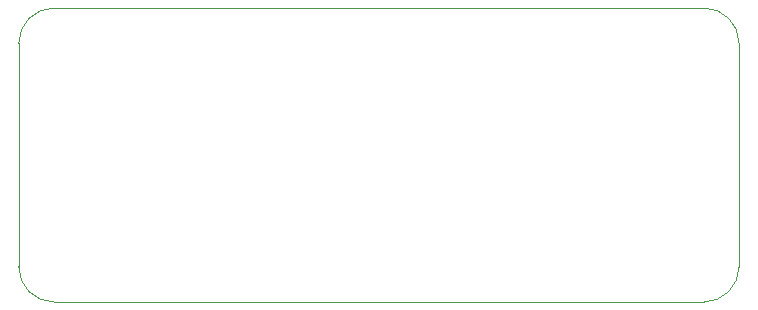
<source format=gbr>
%TF.GenerationSoftware,KiCad,Pcbnew,8.0.5*%
%TF.CreationDate,2024-11-27T10:58:11-07:00*%
%TF.ProjectId,PS2 PSU,50533220-5053-4552-9e6b-696361645f70,rev?*%
%TF.SameCoordinates,Original*%
%TF.FileFunction,Profile,NP*%
%FSLAX46Y46*%
G04 Gerber Fmt 4.6, Leading zero omitted, Abs format (unit mm)*
G04 Created by KiCad (PCBNEW 8.0.5) date 2024-11-27 10:58:11*
%MOMM*%
%LPD*%
G01*
G04 APERTURE LIST*
%TA.AperFunction,Profile*%
%ADD10C,0.100000*%
%TD*%
%TA.AperFunction,Profile*%
%ADD11C,0.010050*%
%TD*%
G04 APERTURE END LIST*
D10*
X143458247Y-103300891D02*
G75*
G02*
X140458246Y-100300890I0J3000001D01*
G01*
X140458246Y-81400892D02*
X140458246Y-100300890D01*
X140458246Y-81400892D02*
G75*
G02*
X143458247Y-78400891I3000001J0D01*
G01*
X198458250Y-78400891D02*
X143458247Y-78400891D01*
X198458250Y-78400891D02*
G75*
G02*
X201458246Y-81387954I0J-3000024D01*
G01*
X201458246Y-100300915D02*
X201458246Y-81387954D01*
X201458246Y-100300915D02*
G75*
G02*
X198469204Y-103300891I-2999996J0D01*
G01*
X143458247Y-103300891D02*
X198469204Y-103300891D01*
D11*
X140463271Y-78400891D02*
G75*
G02*
X140453221Y-78400891I-5025J0D01*
G01*
X140453221Y-78400891D02*
G75*
G02*
X140463271Y-78400891I5025J0D01*
G01*
X201463271Y-78400891D02*
G75*
G02*
X201453221Y-78400891I-5025J0D01*
G01*
X201453221Y-78400891D02*
G75*
G02*
X201463271Y-78400891I5025J0D01*
G01*
X201463271Y-103300891D02*
G75*
G02*
X201453221Y-103300891I-5025J0D01*
G01*
X201453221Y-103300891D02*
G75*
G02*
X201463271Y-103300891I5025J0D01*
G01*
X140463271Y-103300891D02*
G75*
G02*
X140453221Y-103300891I-5025J0D01*
G01*
X140453221Y-103300891D02*
G75*
G02*
X140463271Y-103300891I5025J0D01*
G01*
M02*

</source>
